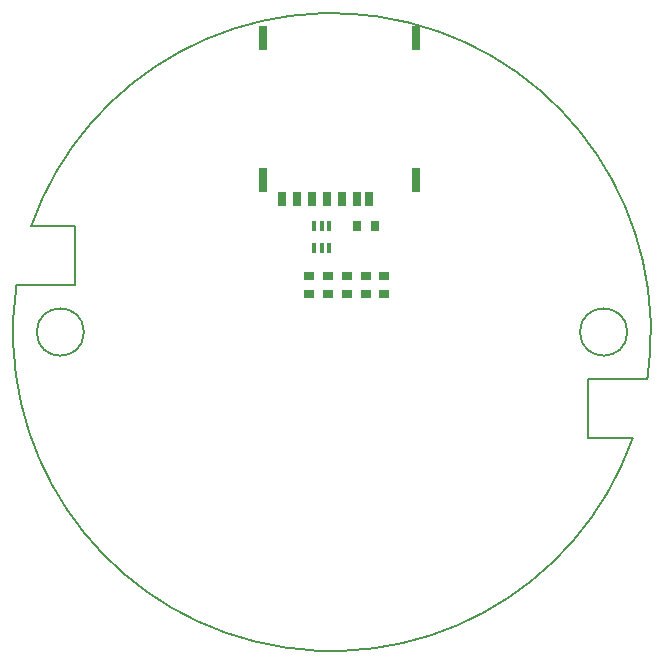
<source format=gbp>
%FSLAX25Y25*%
%MOIN*%
G70*
G01*
G75*
G04 Layer_Color=128*
%ADD10R,0.02756X0.03347*%
%ADD11R,0.03347X0.02756*%
%ADD12R,0.03937X0.03150*%
%ADD13R,0.07874X0.06000*%
%ADD14R,0.07000X0.03150*%
%ADD15O,0.07087X0.02362*%
%ADD16O,0.02362X0.07087*%
%ADD17R,0.03937X0.02362*%
%ADD18R,0.02362X0.03937*%
%ADD19R,0.01181X0.02165*%
%ADD20R,0.01181X0.03150*%
%ADD21R,0.02165X0.01181*%
%ADD22R,0.03150X0.01181*%
%ADD23O,0.05500X0.02500*%
%ADD24R,0.05500X0.02500*%
%ADD25R,0.08661X0.11811*%
%ADD26O,0.02500X0.05500*%
%ADD27R,0.02500X0.05500*%
%ADD28O,0.03543X0.01969*%
%ADD29R,0.03543X0.01969*%
%ADD30O,0.03543X0.01969*%
%ADD31C,0.01000*%
%ADD32C,0.00800*%
%ADD33C,0.03000*%
%ADD34C,0.02000*%
%ADD35C,0.04000*%
%ADD36C,0.05000*%
%ADD37C,0.06000*%
%ADD38C,0.00600*%
%ADD39C,0.02500*%
%ADD40C,0.00500*%
%ADD41C,0.06000*%
%ADD42R,0.05906X0.05906*%
%ADD43C,0.05906*%
%ADD44R,0.05906X0.05906*%
%ADD45O,0.07874X0.11811*%
%ADD46R,0.07874X0.11811*%
%ADD47C,0.03000*%
%ADD48C,0.02000*%
%ADD49C,0.05000*%
%ADD50R,0.02559X0.04843*%
%ADD51R,0.02756X0.08268*%
%ADD52R,0.01575X0.03347*%
%ADD53C,0.07000*%
%ADD54C,0.02362*%
%ADD55C,0.00984*%
%ADD56C,0.00787*%
%ADD57R,0.01575X0.11811*%
%ADD58R,0.03556X0.04147*%
%ADD59R,0.04147X0.03556*%
%ADD60R,0.04737X0.03950*%
%ADD61R,0.08674X0.06800*%
%ADD62R,0.07800X0.03950*%
%ADD63O,0.07887X0.03162*%
%ADD64O,0.03162X0.07887*%
%ADD65R,0.04737X0.03162*%
%ADD66R,0.03162X0.04737*%
%ADD67R,0.01981X0.02965*%
%ADD68R,0.01981X0.03950*%
%ADD69R,0.02965X0.01981*%
%ADD70R,0.03950X0.01981*%
%ADD71O,0.06300X0.03300*%
%ADD72R,0.06300X0.03300*%
%ADD73R,0.09461X0.12611*%
%ADD74O,0.03300X0.06300*%
%ADD75R,0.03300X0.06300*%
%ADD76O,0.04343X0.02769*%
%ADD77R,0.04343X0.02769*%
%ADD78O,0.04343X0.02769*%
%ADD79C,0.06800*%
%ADD80R,0.06706X0.06706*%
%ADD81C,0.06706*%
%ADD82R,0.06706X0.06706*%
%ADD83O,0.08674X0.12611*%
%ADD84R,0.08674X0.12611*%
%ADD85R,0.03359X0.05643*%
%ADD86R,0.03556X0.09068*%
%ADD87R,0.02375X0.04147*%
D10*
X8394Y35300D02*
D03*
X14300D02*
D03*
D11*
X17500Y18726D02*
D03*
Y12821D02*
D03*
X5000Y18726D02*
D03*
Y12821D02*
D03*
X-1250Y18726D02*
D03*
Y12821D02*
D03*
X-7500Y18726D02*
D03*
Y12821D02*
D03*
X11300Y18732D02*
D03*
Y12826D02*
D03*
D40*
X98425Y49D02*
G03*
X98425Y0I-7874J-49D01*
G01*
X-82677Y49D02*
G03*
X-82677Y0I-7874J-49D01*
G01*
X-105128Y15737D02*
G03*
X100221Y-35430I105128J-15737D01*
G01*
X105123Y-15766D02*
G03*
X-100244Y35364I-105123J15766D01*
G01*
X85315Y-15748D02*
X105000D01*
X85315Y-35433D02*
X100229D01*
X85315Y-35348D02*
Y-15748D01*
X-85515Y15748D02*
Y35348D01*
X-100199D02*
X-85515D01*
X-105128Y15748D02*
X-85515D01*
D50*
X12200Y44326D02*
D03*
X8460D02*
D03*
X-16540D02*
D03*
X-11540D02*
D03*
X-6540D02*
D03*
X-1540D02*
D03*
X3460D02*
D03*
D51*
X-23115Y50684D02*
D03*
Y97928D02*
D03*
X28027Y50684D02*
D03*
Y97928D02*
D03*
D52*
X-5959Y28084D02*
D03*
X-3400Y35368D02*
D03*
X-5959D02*
D03*
X-3400Y28084D02*
D03*
X-841D02*
D03*
Y35368D02*
D03*
M02*

</source>
